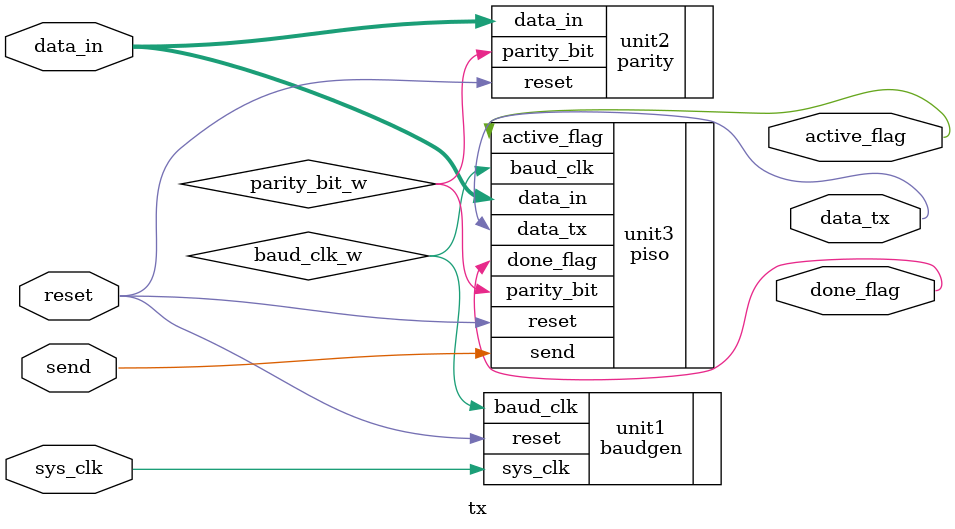
<source format=v>
module tx(
    input reset,
    input send,
    input sys_clk,
    input [7:0] data_in,
    output data_tx,
    output active_flag,
    output  done_flag
);

wire parity_bit_w;
wire baud_clk_w;

baudgen unit1(.reset(reset),
               . sys_clk(sys_clk),
               .baud_clk(baud_clk_w));

parity unit2(.reset(reset),
             .data_in(data_in),
             .parity_bit(parity_bit_w));

piso unit3(.reset(reset),
           .baud_clk(baud_clk_w),
           .data_in(data_in),
           .send(send),
           .parity_bit(parity_bit_w),
           .data_tx(data_tx),
           .active_flag(active_flag),
           .done_flag(done_flag));
endmodule
</source>
